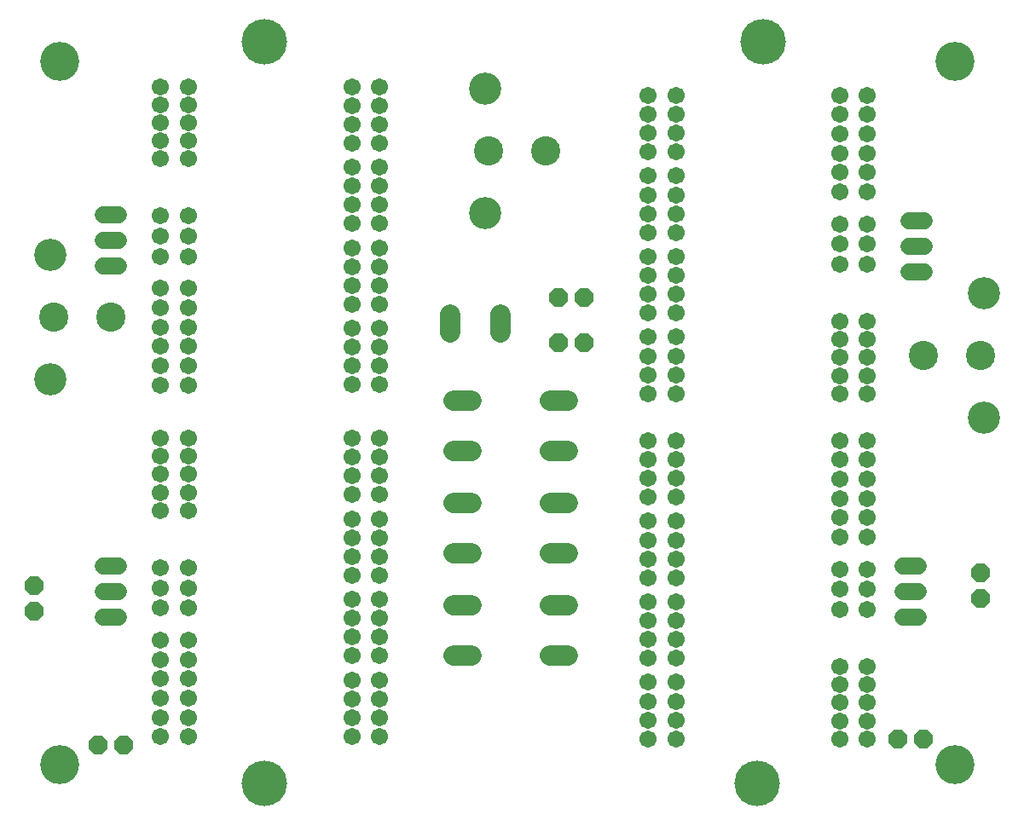
<source format=gbs>
G75*
%MOIN*%
%OFA0B0*%
%FSLAX25Y25*%
%IPPOS*%
%LPD*%
%AMOC8*
5,1,8,0,0,1.08239X$1,22.5*
%
%ADD10C,0.15200*%
%ADD11C,0.17800*%
%ADD12C,0.06706*%
%ADD13OC8,0.07100*%
%ADD14C,0.11430*%
%ADD15C,0.12611*%
%ADD16C,0.07850*%
%ADD17C,0.06800*%
D10*
X0021000Y0031000D03*
X0371000Y0031000D03*
X0371000Y0306000D03*
X0021000Y0306000D03*
D11*
X0101000Y0313500D03*
X0296000Y0313500D03*
X0293500Y0023500D03*
X0101000Y0023500D03*
D12*
X0071197Y0041807D03*
X0060370Y0041807D03*
X0060370Y0049366D03*
X0060370Y0056925D03*
X0060370Y0064484D03*
X0071197Y0064484D03*
X0071197Y0056925D03*
X0071197Y0049366D03*
X0071197Y0072043D03*
X0071197Y0079602D03*
X0060370Y0079602D03*
X0060370Y0072043D03*
X0060370Y0092161D03*
X0060370Y0100035D03*
X0071197Y0100035D03*
X0071197Y0092161D03*
X0071197Y0107909D03*
X0060370Y0107909D03*
X0060370Y0130311D03*
X0071197Y0130311D03*
X0071197Y0137358D03*
X0071197Y0144406D03*
X0071197Y0151453D03*
X0071197Y0158500D03*
X0060370Y0158500D03*
X0060370Y0151453D03*
X0060370Y0144406D03*
X0060370Y0137358D03*
X0135173Y0136413D03*
X0146000Y0136413D03*
X0146000Y0143776D03*
X0146000Y0151138D03*
X0146000Y0158500D03*
X0135173Y0158500D03*
X0135173Y0151138D03*
X0135173Y0143776D03*
X0135173Y0127004D03*
X0135173Y0119642D03*
X0135173Y0112280D03*
X0135173Y0104917D03*
X0146000Y0104917D03*
X0146000Y0112280D03*
X0146000Y0119642D03*
X0146000Y0127004D03*
X0146000Y0095508D03*
X0146000Y0088146D03*
X0135173Y0088146D03*
X0135173Y0095508D03*
X0135173Y0080783D03*
X0135173Y0073421D03*
X0146000Y0073421D03*
X0146000Y0080783D03*
X0146000Y0064012D03*
X0146000Y0056650D03*
X0146000Y0049287D03*
X0135173Y0049287D03*
X0135173Y0056650D03*
X0135173Y0064012D03*
X0135173Y0041925D03*
X0146000Y0041925D03*
X0251000Y0041000D03*
X0261827Y0041000D03*
X0261827Y0048362D03*
X0251000Y0048362D03*
X0251000Y0055724D03*
X0261827Y0055724D03*
X0261827Y0063087D03*
X0251000Y0063087D03*
X0251000Y0072496D03*
X0261827Y0072496D03*
X0261827Y0079858D03*
X0251000Y0079858D03*
X0251000Y0087220D03*
X0261827Y0087220D03*
X0261827Y0094583D03*
X0251000Y0094583D03*
X0251000Y0103992D03*
X0261827Y0103992D03*
X0261827Y0111354D03*
X0251000Y0111354D03*
X0251000Y0118717D03*
X0261827Y0118717D03*
X0261827Y0126079D03*
X0251000Y0126079D03*
X0251000Y0135488D03*
X0261827Y0135488D03*
X0261827Y0142850D03*
X0251000Y0142850D03*
X0251000Y0150213D03*
X0261827Y0150213D03*
X0261827Y0157575D03*
X0251000Y0157575D03*
X0251000Y0176000D03*
X0261827Y0176000D03*
X0261827Y0183362D03*
X0251000Y0183362D03*
X0251000Y0190724D03*
X0261827Y0190724D03*
X0261827Y0198087D03*
X0251000Y0198087D03*
X0251000Y0207496D03*
X0261827Y0207496D03*
X0261827Y0214858D03*
X0251000Y0214858D03*
X0251000Y0222220D03*
X0261827Y0222220D03*
X0261827Y0229583D03*
X0251000Y0229583D03*
X0251000Y0238992D03*
X0261827Y0238992D03*
X0261827Y0246354D03*
X0251000Y0246354D03*
X0251000Y0253717D03*
X0261827Y0253717D03*
X0261827Y0261079D03*
X0251000Y0261079D03*
X0251000Y0270488D03*
X0261827Y0270488D03*
X0261827Y0277850D03*
X0251000Y0277850D03*
X0251000Y0285213D03*
X0261827Y0285213D03*
X0261827Y0292575D03*
X0251000Y0292575D03*
X0325803Y0292693D03*
X0325803Y0285134D03*
X0325803Y0277575D03*
X0336630Y0277575D03*
X0336630Y0285134D03*
X0336630Y0292693D03*
X0336630Y0270016D03*
X0336630Y0262457D03*
X0336630Y0254898D03*
X0325803Y0254898D03*
X0325803Y0262457D03*
X0325803Y0270016D03*
X0325803Y0242339D03*
X0336630Y0242339D03*
X0336630Y0234465D03*
X0336630Y0226591D03*
X0325803Y0226591D03*
X0325803Y0234465D03*
X0325803Y0204189D03*
X0325803Y0197142D03*
X0325803Y0190094D03*
X0325803Y0183047D03*
X0336630Y0183047D03*
X0336630Y0190094D03*
X0336630Y0197142D03*
X0336630Y0204189D03*
X0336630Y0176000D03*
X0325803Y0176000D03*
X0325803Y0157693D03*
X0325803Y0150134D03*
X0336630Y0150134D03*
X0336630Y0157693D03*
X0336630Y0142575D03*
X0336630Y0135016D03*
X0336630Y0127457D03*
X0325803Y0127457D03*
X0325803Y0135016D03*
X0325803Y0142575D03*
X0325803Y0119898D03*
X0336630Y0119898D03*
X0336630Y0107339D03*
X0336630Y0099465D03*
X0336630Y0091591D03*
X0325803Y0091591D03*
X0325803Y0099465D03*
X0325803Y0107339D03*
X0325803Y0069189D03*
X0325803Y0062142D03*
X0336630Y0062142D03*
X0336630Y0069189D03*
X0336630Y0055094D03*
X0336630Y0048047D03*
X0336630Y0041000D03*
X0325803Y0041000D03*
X0325803Y0048047D03*
X0325803Y0055094D03*
X0146000Y0179425D03*
X0146000Y0186787D03*
X0146000Y0194150D03*
X0146000Y0201512D03*
X0135173Y0201512D03*
X0135173Y0194150D03*
X0135173Y0186787D03*
X0135173Y0179425D03*
X0071197Y0179307D03*
X0071197Y0186866D03*
X0071197Y0194425D03*
X0071197Y0201984D03*
X0060370Y0201984D03*
X0060370Y0194425D03*
X0060370Y0186866D03*
X0060370Y0179307D03*
X0060370Y0209543D03*
X0060370Y0217102D03*
X0071197Y0217102D03*
X0071197Y0209543D03*
X0071197Y0229661D03*
X0071197Y0237535D03*
X0060370Y0237535D03*
X0060370Y0229661D03*
X0060370Y0245409D03*
X0071197Y0245409D03*
X0071197Y0267811D03*
X0071197Y0274858D03*
X0071197Y0281906D03*
X0071197Y0288953D03*
X0071197Y0296000D03*
X0060370Y0296000D03*
X0060370Y0288953D03*
X0060370Y0281906D03*
X0060370Y0274858D03*
X0060370Y0267811D03*
X0135173Y0264504D03*
X0146000Y0264504D03*
X0146000Y0257142D03*
X0146000Y0249780D03*
X0146000Y0242417D03*
X0135173Y0242417D03*
X0135173Y0249780D03*
X0135173Y0257142D03*
X0135173Y0273913D03*
X0135173Y0281276D03*
X0135173Y0288638D03*
X0135173Y0296000D03*
X0146000Y0296000D03*
X0146000Y0288638D03*
X0146000Y0281276D03*
X0146000Y0273913D03*
X0146000Y0233008D03*
X0146000Y0225646D03*
X0135173Y0225646D03*
X0135173Y0233008D03*
X0135173Y0218283D03*
X0135173Y0210921D03*
X0146000Y0210921D03*
X0146000Y0218283D03*
D13*
X0216000Y0213500D03*
X0226000Y0213500D03*
X0226000Y0196000D03*
X0216000Y0196000D03*
X0381000Y0106000D03*
X0381000Y0096000D03*
X0358500Y0041000D03*
X0348500Y0041000D03*
X0046000Y0038500D03*
X0036000Y0038500D03*
X0011000Y0091000D03*
X0011000Y0101000D03*
D14*
X0018500Y0206000D03*
X0040941Y0206000D03*
X0188500Y0271000D03*
X0210941Y0271000D03*
X0358559Y0191000D03*
X0381000Y0191000D03*
D15*
X0382299Y0166669D03*
X0382299Y0215331D03*
X0187201Y0246669D03*
X0187201Y0295331D03*
X0017201Y0230331D03*
X0017201Y0181669D03*
D16*
X0173657Y0199975D02*
X0173657Y0207025D01*
X0193343Y0207025D02*
X0193343Y0199975D01*
X0182025Y0173343D02*
X0174975Y0173343D01*
X0212475Y0173343D02*
X0219525Y0173343D01*
X0219525Y0153657D02*
X0212475Y0153657D01*
X0182025Y0153657D02*
X0174975Y0153657D01*
X0174975Y0133343D02*
X0182025Y0133343D01*
X0212475Y0133343D02*
X0219525Y0133343D01*
X0219525Y0113657D02*
X0212475Y0113657D01*
X0182025Y0113657D02*
X0174975Y0113657D01*
X0174975Y0093343D02*
X0182025Y0093343D01*
X0212475Y0093343D02*
X0219525Y0093343D01*
X0219525Y0073657D02*
X0212475Y0073657D01*
X0182025Y0073657D02*
X0174975Y0073657D01*
D17*
X0044000Y0088500D02*
X0038000Y0088500D01*
X0038000Y0098500D02*
X0044000Y0098500D01*
X0044000Y0108500D02*
X0038000Y0108500D01*
X0038000Y0226000D02*
X0044000Y0226000D01*
X0044000Y0236000D02*
X0038000Y0236000D01*
X0038000Y0246000D02*
X0044000Y0246000D01*
X0353000Y0243500D02*
X0359000Y0243500D01*
X0359000Y0233500D02*
X0353000Y0233500D01*
X0353000Y0223500D02*
X0359000Y0223500D01*
X0356500Y0108500D02*
X0350500Y0108500D01*
X0350500Y0098500D02*
X0356500Y0098500D01*
X0356500Y0088500D02*
X0350500Y0088500D01*
M02*

</source>
